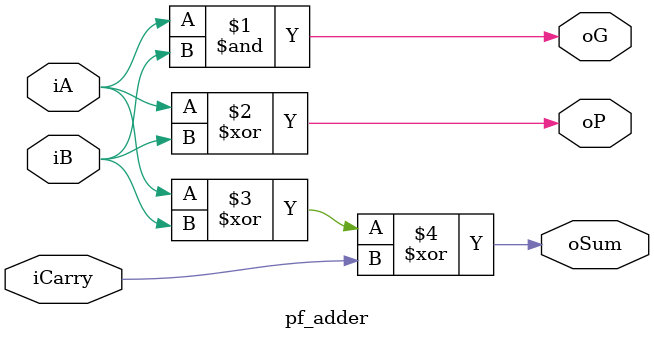
<source format=v>
`timescale 1ns / 1ps

module pf_adder(
    input wire iA, iB, iCarry,
    output wire oSum, oP, oG
    );
    
    // Generate term: indicates when this bit position will generate a carry
    assign oG = iA & iB;
    
    // Propagate term: indicates when this bit position will propagate an incoming carry
    // CORRECTED: This should be XOR (^), not OR (|)
    assign oP = iA ^ iB;
    
    // Sum calculation
    assign oSum = (iA ^ iB) ^ iCarry;
     
endmodule
</source>
